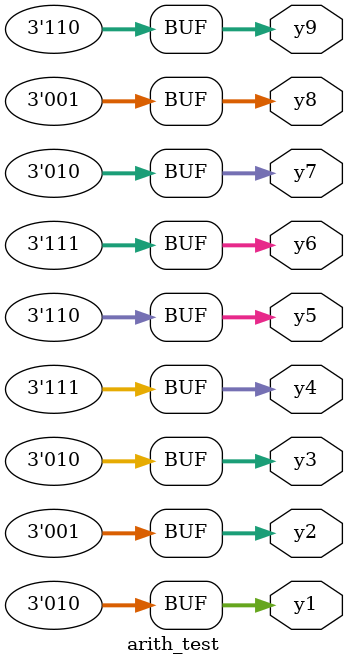
<source format=v>
module arith_test
(output [2:0]y1,y2,y3,y4,y5,y6,y7,y8,y9);
assign y1 = 3+4-7*8/10%11;
assign y2 = 5/3;
assign y3 = 5%3,
	y4 = -5/3,
	y5 = -5%3,
	y6 = 5/-3,
	y7 = 5%-3,
	y8 = -5/-3,
	y9 = -5%-3;
endmodule 
</source>
